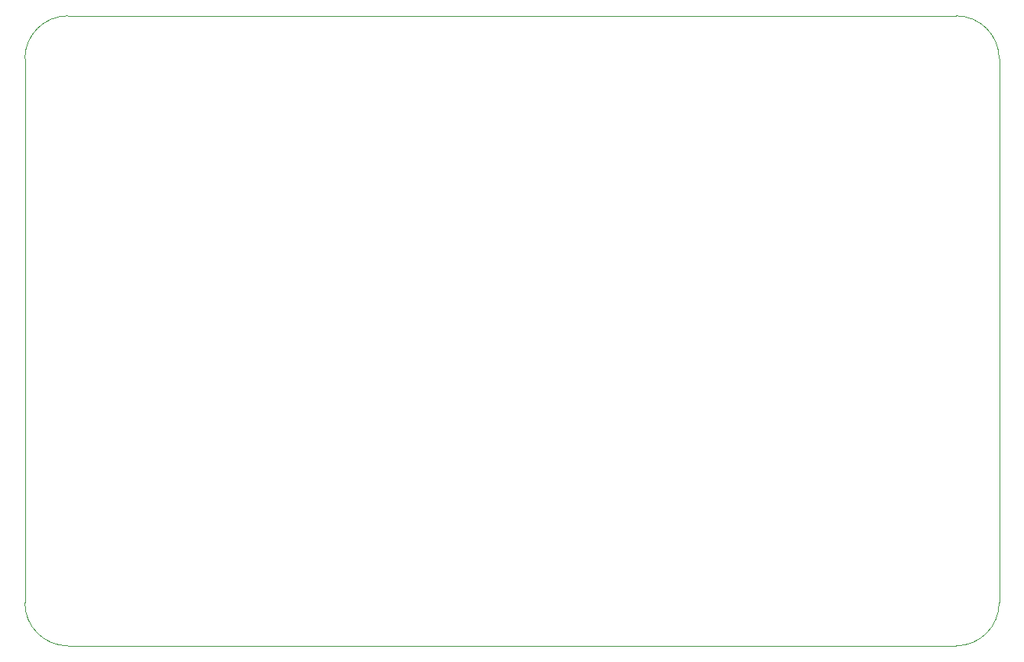
<source format=gbr>
G04 (created by PCBNEW (2013-jul-07)-stable) date Mon 24 Nov 2014 01:20:38 PM PST*
%MOIN*%
G04 Gerber Fmt 3.4, Leading zero omitted, Abs format*
%FSLAX34Y34*%
G01*
G70*
G90*
G04 APERTURE LIST*
%ADD10C,0.00590551*%
%ADD11C,0.00393701*%
G04 APERTURE END LIST*
G54D10*
G54D11*
X11875Y-10000D02*
X50625Y-10000D01*
X11875Y-10000D02*
G75*
G03X10000Y-11875I0J-1875D01*
G74*
G01*
X52500Y-11875D02*
X52500Y-35625D01*
X11875Y-37500D02*
X50625Y-37500D01*
X10000Y-11875D02*
X10000Y-35625D01*
X50625Y-37500D02*
G75*
G03X52500Y-35625I0J1875D01*
G74*
G01*
X52500Y-11875D02*
G75*
G03X50625Y-10000I-1875J0D01*
G74*
G01*
X10000Y-35625D02*
G75*
G03X11875Y-37500I1875J0D01*
G74*
G01*
M02*

</source>
